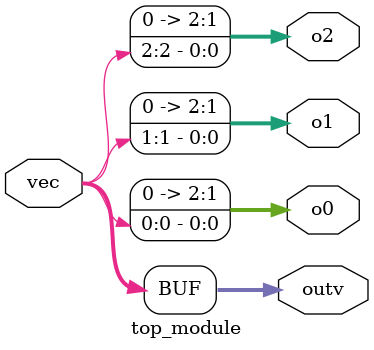
<source format=v>
module top_module (input wire [2:0] vec, output wire [2:0] outv, o0, o1, o2);
  assign outv = vec;
  assign o0 = vec[0];
  assign o1 = vec[1];
  assign o2 = vec[2];
endmodule

</source>
